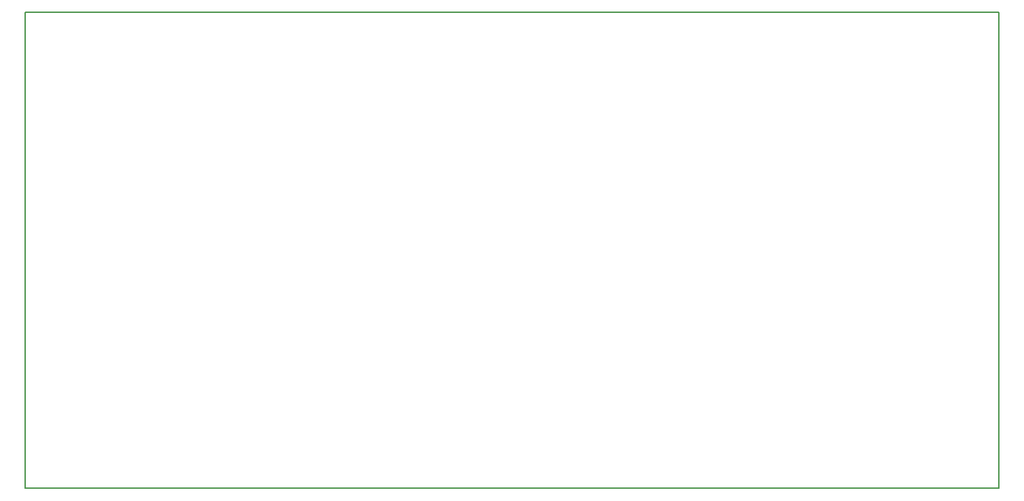
<source format=gbr>
%TF.GenerationSoftware,KiCad,Pcbnew,8.0.4*%
%TF.CreationDate,2024-10-31T19:43:42-04:00*%
%TF.ProjectId,Skibid-i,536b6962-6964-42d6-992e-6b696361645f,rev?*%
%TF.SameCoordinates,Original*%
%TF.FileFunction,Profile,NP*%
%FSLAX46Y46*%
G04 Gerber Fmt 4.6, Leading zero omitted, Abs format (unit mm)*
G04 Created by KiCad (PCBNEW 8.0.4) date 2024-10-31 19:43:42*
%MOMM*%
%LPD*%
G01*
G04 APERTURE LIST*
%TA.AperFunction,Profile*%
%ADD10C,0.200000*%
%TD*%
G04 APERTURE END LIST*
D10*
X146850000Y-30800000D02*
X268196000Y-30800000D01*
X268196000Y-90150000D01*
X146850000Y-90150000D01*
X146850000Y-30800000D01*
M02*

</source>
